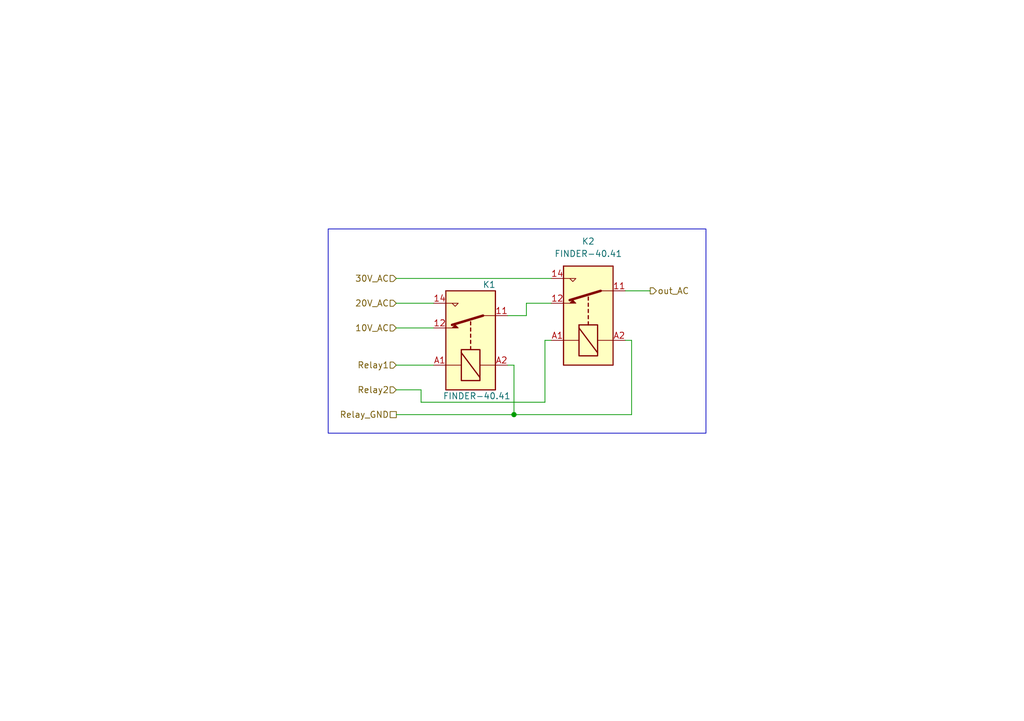
<source format=kicad_sch>
(kicad_sch (version 20230121) (generator eeschema)
  (paper "A5")
  (title_block (title "Tab selector") (date "2024-02-24") (rev "V1.0") (company "Dominik Workshop"))
  (lib_symbols
    (symbol "Relay:FINDER-40.41"
      (property "Reference" "K" (at 11.43 3.81 0))
      (property "Value" "FINDER-40.41" (at 11.43 1.27 0))
      (symbol "FINDER-40.41_0_0"
        (polyline (pts (xy 7.62 5.08) (xy 7.62 2.54) (xy 6.985 3.175) (xy 7.62 3.81)))
      )
      (symbol "FINDER-40.41_0_1"
        (rectangle (start -10.16 5.08) (end 10.16 -5.08) (stroke (width 0.254)) (fill (type background)))
        (rectangle (start -8.255 1.905) (end -1.905 -1.905) (stroke (width 0.254)))
        (polyline (pts (xy -7.62 -1.905) (xy -2.54 1.905)) (stroke (width 0.254)))
        (polyline (pts (xy -5.08 -5.08) (xy -5.08 -1.905)))
        (polyline (pts (xy -5.08 5.08) (xy -5.08 1.905)))
        (polyline (pts (xy -1.905 0) (xy -1.27 0)) (stroke (width 0.254)))
        (polyline (pts (xy -0.635 0) (xy 0 0)) (stroke (width 0.254)))
        (polyline (pts (xy 0.635 0) (xy 1.27 0)) (stroke (width 0.254)))
        (polyline (pts (xy 1.905 0) (xy 2.54 0)) (stroke (width 0.254)))
        (polyline (pts (xy 3.175 0) (xy 3.81 0)) (stroke (width 0.254)))
        (polyline (pts (xy 5.08 -2.54) (xy 3.175 3.81)) (stroke (width 0.508)))
        (polyline (pts (xy 5.08 -2.54) (xy 5.08 -5.08)))
        (polyline (pts (xy 2.54 5.08) (xy 2.54 2.54) (xy 3.175 3.175) (xy 2.54 3.81)) (fill (type outline)))
      )
      (symbol "FINDER-40.41_1_1"
        (pin passive line (at 5.08 -7.62 90) (length 2.54) (name "~") (number "11"))
        (pin passive line (at 2.54 7.62 270) (length 2.54) (name "~") (number "12"))
        (pin passive line (at 7.62 7.62 270) (length 2.54) (name "~") (number "14"))
        (pin passive line (at -5.08 7.62 270) (length 2.54) (name "~") (number "A1"))
        (pin passive line (at -5.08 -7.62 90) (length 2.54) (name "~") (number "A2"))
      )
    )
  )
  (junction (at 105.41 85.09))
  (wire (pts (xy 105.41 74.93) (xy 105.41 85.09)))
  (wire (pts (xy 104.14 64.77) (xy 107.95 64.77)))
  (wire (pts (xy 81.28 85.09) (xy 105.41 85.09)))
  (wire (pts (xy 113.03 62.23) (xy 107.95 62.23)))
  (wire (pts (xy 128.27 59.69) (xy 133.35 59.69)))
  (wire (pts (xy 81.28 57.15) (xy 113.03 57.15)))
  (wire (pts (xy 81.28 62.23) (xy 88.9 62.23)))
  (wire (pts (xy 81.28 74.93) (xy 88.9 74.93)))
  (wire (pts (xy 129.54 69.85) (xy 129.54 85.09)))
  (wire (pts (xy 104.14 74.93) (xy 105.41 74.93)))
  (wire (pts (xy 105.41 85.09) (xy 129.54 85.09)))
  (wire (pts (xy 81.28 67.31) (xy 88.9 67.31)))
  (wire (pts (xy 113.03 69.85) (xy 111.76 69.85)))
  (wire (pts (xy 86.36 82.55) (xy 111.76 82.55)))
  (wire (pts (xy 86.36 82.55) (xy 86.36 80.01)))
  (wire (pts (xy 111.76 69.85) (xy 111.76 82.55)))
  (wire (pts (xy 86.36 80.01) (xy 81.28 80.01)))
  (wire (pts (xy 107.95 62.23) (xy 107.95 64.77)))
  (wire (pts (xy 128.27 69.85) (xy 129.54 69.85)))
  (rectangle (start 67.31 46.99) (end 144.78 88.9))
  (hierarchical_label "20V_AC" (shape input) (at 81.28 62.23 180))
  (hierarchical_label "Relay_GND" (shape passive) (at 81.28 85.09 180))
  (hierarchical_label "out_AC" (shape output) (at 133.35 59.69 0))
  (hierarchical_label "30V_AC" (shape input) (at 81.28 57.15 180))
  (hierarchical_label "Relay2" (shape input) (at 81.28 80.01 180))
  (hierarchical_label "10V_AC" (shape input) (at 81.28 67.31 180))
  (hierarchical_label "Relay1" (shape input) (at 81.28 74.93 180))
  (symbol (lib_id "Relay:FINDER-40.41") (at 120.65 64.77 90) (unit 1)
    (property "Reference" "K2" (at 120.65 49.53 90))
    (property "Value" "FINDER-40.41" (at 120.65 52.07 90))
    (property "Footprint" "Relay_THT:Relay_SPDT_Finder_36.11" (effects hide))
    (property "Datasheet" "https://www.finder-relais.net/de/finder-relais-serie-40.pdf" (effects hide))
    (instances (project "pcb_power" (path "" (reference "K2") (unit 1)) (path "" (reference "K11") (unit 1))))
  )
  (symbol (lib_id "Relay:FINDER-40.41") (at 96.52 69.85 90) (unit 1)
    (property "Reference" "K1" (at 100.33 58.42 90))
    (property "Value" "FINDER-40.41" (at 97.79 81.28 90))
    (property "Footprint" "Relay_THT:Relay_SPDT_Finder_36.11" (effects hide))
    (property "Datasheet" "https://www.finder-relais.net/de/finder-relais-serie-40.pdf" (effects hide))
    (instances (project "pcb_power" (path "" (reference "K1") (unit 1)) (path "" (reference "K10") (unit 1))))
  )
)
</source>
